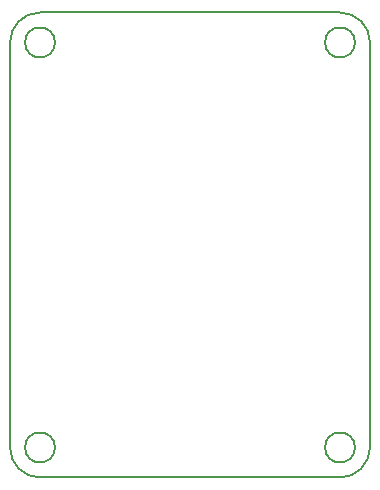
<source format=gm1>
G04 #@! TF.GenerationSoftware,KiCad,Pcbnew,(2017-10-17 revision 537804b)-master*
G04 #@! TF.CreationDate,2017-12-28T11:37:30+01:00*
G04 #@! TF.ProjectId,MonoStable555,4D6F6E6F537461626C653535352E6B69,rev?*
G04 #@! TF.SameCoordinates,Original*
G04 #@! TF.FileFunction,Profile,NP*
%FSLAX46Y46*%
G04 Gerber Fmt 4.6, Leading zero omitted, Abs format (unit mm)*
G04 Created by KiCad (PCBNEW (2017-10-17 revision 537804b)-master) date 2017 December 28, Thursday 11:37:30*
%MOMM*%
%LPD*%
G01*
G04 APERTURE LIST*
%ADD10C,0.150000*%
%ADD11C,0.200000*%
G04 APERTURE END LIST*
D10*
X153670000Y-87630000D02*
G75*
G02X151130000Y-85090000I0J2540000D01*
G01*
X181610000Y-85090000D02*
G75*
G02X179070000Y-87630000I-2540000J0D01*
G01*
X179070000Y-48260000D02*
G75*
G02X181610000Y-50800000I0J-2540000D01*
G01*
X151130000Y-50800000D02*
G75*
G02X153670000Y-48260000I2540000J0D01*
G01*
X179070000Y-48260000D02*
X153670000Y-48260000D01*
X181610000Y-85090000D02*
X181610000Y-50800000D01*
X153670000Y-87630000D02*
X179070000Y-87630000D01*
X151130000Y-50800000D02*
X151130000Y-85090000D01*
D11*
X154940000Y-85090000D02*
G75*
G03X154940000Y-85090000I-1270000J0D01*
G01*
X154940000Y-50800000D02*
G75*
G03X154940000Y-50800000I-1270000J0D01*
G01*
X180340000Y-50800000D02*
G75*
G03X180340000Y-50800000I-1270000J0D01*
G01*
X180340000Y-85090000D02*
G75*
G03X180340000Y-85090000I-1270000J0D01*
G01*
M02*

</source>
